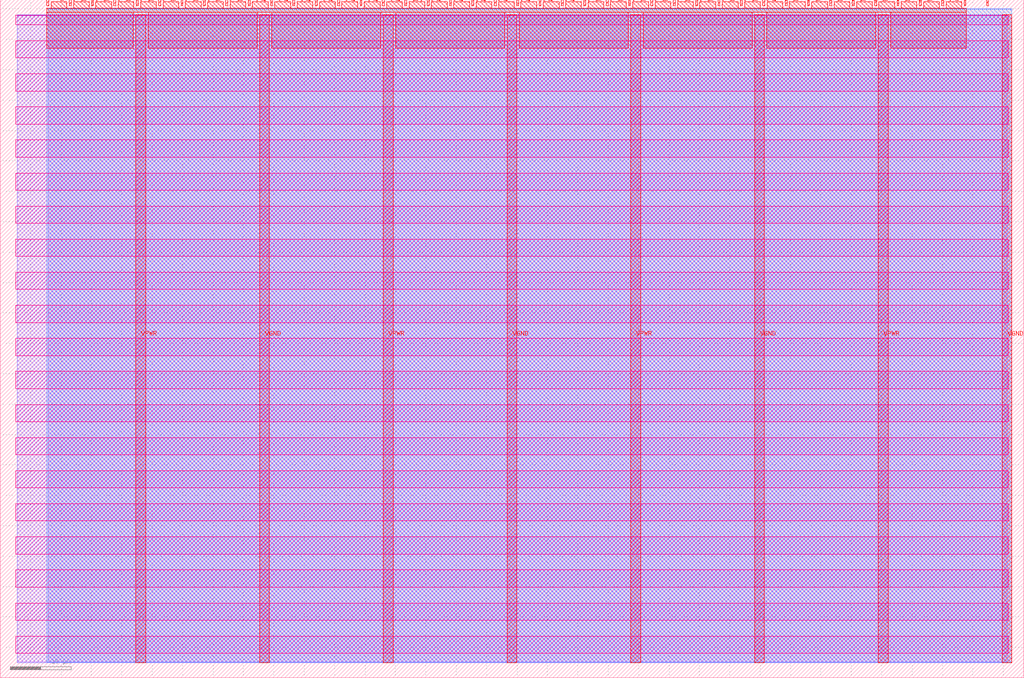
<source format=lef>
VERSION 5.7 ;
  NOWIREEXTENSIONATPIN ON ;
  DIVIDERCHAR "/" ;
  BUSBITCHARS "[]" ;
MACRO tt_um_wokwi_375245713375900673
  CLASS BLOCK ;
  FOREIGN tt_um_wokwi_375245713375900673 ;
  ORIGIN 0.000 0.000 ;
  SIZE 168.360 BY 111.520 ;
  PIN VGND
    DIRECTION INOUT ;
    USE GROUND ;
    PORT
      LAYER met4 ;
        RECT 42.670 2.480 44.270 109.040 ;
    END
    PORT
      LAYER met4 ;
        RECT 83.380 2.480 84.980 109.040 ;
    END
    PORT
      LAYER met4 ;
        RECT 124.090 2.480 125.690 109.040 ;
    END
    PORT
      LAYER met4 ;
        RECT 164.800 2.480 166.400 109.040 ;
    END
  END VGND
  PIN VPWR
    DIRECTION INOUT ;
    USE POWER ;
    PORT
      LAYER met4 ;
        RECT 22.315 2.480 23.915 109.040 ;
    END
    PORT
      LAYER met4 ;
        RECT 63.025 2.480 64.625 109.040 ;
    END
    PORT
      LAYER met4 ;
        RECT 103.735 2.480 105.335 109.040 ;
    END
    PORT
      LAYER met4 ;
        RECT 144.445 2.480 146.045 109.040 ;
    END
  END VPWR
  PIN clk
    DIRECTION INPUT ;
    USE SIGNAL ;
    ANTENNAGATEAREA 0.852000 ;
    PORT
      LAYER met4 ;
        RECT 158.550 110.520 158.850 111.520 ;
    END
  END clk
  PIN ena
    DIRECTION INPUT ;
    USE SIGNAL ;
    PORT
      LAYER met4 ;
        RECT 162.230 110.520 162.530 111.520 ;
    END
  END ena
  PIN rst_n
    DIRECTION INPUT ;
    USE SIGNAL ;
    ANTENNAGATEAREA 0.126000 ;
    PORT
      LAYER met4 ;
        RECT 154.870 110.520 155.170 111.520 ;
    END
  END rst_n
  PIN ui_in[0]
    DIRECTION INPUT ;
    USE SIGNAL ;
    PORT
      LAYER met4 ;
        RECT 151.190 110.520 151.490 111.520 ;
    END
  END ui_in[0]
  PIN ui_in[1]
    DIRECTION INPUT ;
    USE SIGNAL ;
    PORT
      LAYER met4 ;
        RECT 147.510 110.520 147.810 111.520 ;
    END
  END ui_in[1]
  PIN ui_in[2]
    DIRECTION INPUT ;
    USE SIGNAL ;
    PORT
      LAYER met4 ;
        RECT 143.830 110.520 144.130 111.520 ;
    END
  END ui_in[2]
  PIN ui_in[3]
    DIRECTION INPUT ;
    USE SIGNAL ;
    PORT
      LAYER met4 ;
        RECT 140.150 110.520 140.450 111.520 ;
    END
  END ui_in[3]
  PIN ui_in[4]
    DIRECTION INPUT ;
    USE SIGNAL ;
    PORT
      LAYER met4 ;
        RECT 136.470 110.520 136.770 111.520 ;
    END
  END ui_in[4]
  PIN ui_in[5]
    DIRECTION INPUT ;
    USE SIGNAL ;
    PORT
      LAYER met4 ;
        RECT 132.790 110.520 133.090 111.520 ;
    END
  END ui_in[5]
  PIN ui_in[6]
    DIRECTION INPUT ;
    USE SIGNAL ;
    PORT
      LAYER met4 ;
        RECT 129.110 110.520 129.410 111.520 ;
    END
  END ui_in[6]
  PIN ui_in[7]
    DIRECTION INPUT ;
    USE SIGNAL ;
    PORT
      LAYER met4 ;
        RECT 125.430 110.520 125.730 111.520 ;
    END
  END ui_in[7]
  PIN uio_in[0]
    DIRECTION INPUT ;
    USE SIGNAL ;
    PORT
      LAYER met4 ;
        RECT 121.750 110.520 122.050 111.520 ;
    END
  END uio_in[0]
  PIN uio_in[1]
    DIRECTION INPUT ;
    USE SIGNAL ;
    PORT
      LAYER met4 ;
        RECT 118.070 110.520 118.370 111.520 ;
    END
  END uio_in[1]
  PIN uio_in[2]
    DIRECTION INPUT ;
    USE SIGNAL ;
    PORT
      LAYER met4 ;
        RECT 114.390 110.520 114.690 111.520 ;
    END
  END uio_in[2]
  PIN uio_in[3]
    DIRECTION INPUT ;
    USE SIGNAL ;
    PORT
      LAYER met4 ;
        RECT 110.710 110.520 111.010 111.520 ;
    END
  END uio_in[3]
  PIN uio_in[4]
    DIRECTION INPUT ;
    USE SIGNAL ;
    PORT
      LAYER met4 ;
        RECT 107.030 110.520 107.330 111.520 ;
    END
  END uio_in[4]
  PIN uio_in[5]
    DIRECTION INPUT ;
    USE SIGNAL ;
    PORT
      LAYER met4 ;
        RECT 103.350 110.520 103.650 111.520 ;
    END
  END uio_in[5]
  PIN uio_in[6]
    DIRECTION INPUT ;
    USE SIGNAL ;
    PORT
      LAYER met4 ;
        RECT 99.670 110.520 99.970 111.520 ;
    END
  END uio_in[6]
  PIN uio_in[7]
    DIRECTION INPUT ;
    USE SIGNAL ;
    PORT
      LAYER met4 ;
        RECT 95.990 110.520 96.290 111.520 ;
    END
  END uio_in[7]
  PIN uio_oe[0]
    DIRECTION OUTPUT TRISTATE ;
    USE SIGNAL ;
    PORT
      LAYER met4 ;
        RECT 33.430 110.520 33.730 111.520 ;
    END
  END uio_oe[0]
  PIN uio_oe[1]
    DIRECTION OUTPUT TRISTATE ;
    USE SIGNAL ;
    PORT
      LAYER met4 ;
        RECT 29.750 110.520 30.050 111.520 ;
    END
  END uio_oe[1]
  PIN uio_oe[2]
    DIRECTION OUTPUT TRISTATE ;
    USE SIGNAL ;
    PORT
      LAYER met4 ;
        RECT 26.070 110.520 26.370 111.520 ;
    END
  END uio_oe[2]
  PIN uio_oe[3]
    DIRECTION OUTPUT TRISTATE ;
    USE SIGNAL ;
    PORT
      LAYER met4 ;
        RECT 22.390 110.520 22.690 111.520 ;
    END
  END uio_oe[3]
  PIN uio_oe[4]
    DIRECTION OUTPUT TRISTATE ;
    USE SIGNAL ;
    PORT
      LAYER met4 ;
        RECT 18.710 110.520 19.010 111.520 ;
    END
  END uio_oe[4]
  PIN uio_oe[5]
    DIRECTION OUTPUT TRISTATE ;
    USE SIGNAL ;
    PORT
      LAYER met4 ;
        RECT 15.030 110.520 15.330 111.520 ;
    END
  END uio_oe[5]
  PIN uio_oe[6]
    DIRECTION OUTPUT TRISTATE ;
    USE SIGNAL ;
    PORT
      LAYER met4 ;
        RECT 11.350 110.520 11.650 111.520 ;
    END
  END uio_oe[6]
  PIN uio_oe[7]
    DIRECTION OUTPUT TRISTATE ;
    USE SIGNAL ;
    PORT
      LAYER met4 ;
        RECT 7.670 110.520 7.970 111.520 ;
    END
  END uio_oe[7]
  PIN uio_out[0]
    DIRECTION OUTPUT TRISTATE ;
    USE SIGNAL ;
    PORT
      LAYER met4 ;
        RECT 62.870 110.520 63.170 111.520 ;
    END
  END uio_out[0]
  PIN uio_out[1]
    DIRECTION OUTPUT TRISTATE ;
    USE SIGNAL ;
    PORT
      LAYER met4 ;
        RECT 59.190 110.520 59.490 111.520 ;
    END
  END uio_out[1]
  PIN uio_out[2]
    DIRECTION OUTPUT TRISTATE ;
    USE SIGNAL ;
    PORT
      LAYER met4 ;
        RECT 55.510 110.520 55.810 111.520 ;
    END
  END uio_out[2]
  PIN uio_out[3]
    DIRECTION OUTPUT TRISTATE ;
    USE SIGNAL ;
    PORT
      LAYER met4 ;
        RECT 51.830 110.520 52.130 111.520 ;
    END
  END uio_out[3]
  PIN uio_out[4]
    DIRECTION OUTPUT TRISTATE ;
    USE SIGNAL ;
    PORT
      LAYER met4 ;
        RECT 48.150 110.520 48.450 111.520 ;
    END
  END uio_out[4]
  PIN uio_out[5]
    DIRECTION OUTPUT TRISTATE ;
    USE SIGNAL ;
    PORT
      LAYER met4 ;
        RECT 44.470 110.520 44.770 111.520 ;
    END
  END uio_out[5]
  PIN uio_out[6]
    DIRECTION OUTPUT TRISTATE ;
    USE SIGNAL ;
    PORT
      LAYER met4 ;
        RECT 40.790 110.520 41.090 111.520 ;
    END
  END uio_out[6]
  PIN uio_out[7]
    DIRECTION OUTPUT TRISTATE ;
    USE SIGNAL ;
    PORT
      LAYER met4 ;
        RECT 37.110 110.520 37.410 111.520 ;
    END
  END uio_out[7]
  PIN uo_out[0]
    DIRECTION OUTPUT TRISTATE ;
    USE SIGNAL ;
    ANTENNADIFFAREA 0.445500 ;
    PORT
      LAYER met4 ;
        RECT 92.310 110.520 92.610 111.520 ;
    END
  END uo_out[0]
  PIN uo_out[1]
    DIRECTION OUTPUT TRISTATE ;
    USE SIGNAL ;
    ANTENNADIFFAREA 0.445500 ;
    PORT
      LAYER met4 ;
        RECT 88.630 110.520 88.930 111.520 ;
    END
  END uo_out[1]
  PIN uo_out[2]
    DIRECTION OUTPUT TRISTATE ;
    USE SIGNAL ;
    ANTENNADIFFAREA 0.445500 ;
    PORT
      LAYER met4 ;
        RECT 84.950 110.520 85.250 111.520 ;
    END
  END uo_out[2]
  PIN uo_out[3]
    DIRECTION OUTPUT TRISTATE ;
    USE SIGNAL ;
    ANTENNADIFFAREA 0.445500 ;
    PORT
      LAYER met4 ;
        RECT 81.270 110.520 81.570 111.520 ;
    END
  END uo_out[3]
  PIN uo_out[4]
    DIRECTION OUTPUT TRISTATE ;
    USE SIGNAL ;
    ANTENNADIFFAREA 0.445500 ;
    PORT
      LAYER met4 ;
        RECT 77.590 110.520 77.890 111.520 ;
    END
  END uo_out[4]
  PIN uo_out[5]
    DIRECTION OUTPUT TRISTATE ;
    USE SIGNAL ;
    ANTENNADIFFAREA 0.445500 ;
    PORT
      LAYER met4 ;
        RECT 73.910 110.520 74.210 111.520 ;
    END
  END uo_out[5]
  PIN uo_out[6]
    DIRECTION OUTPUT TRISTATE ;
    USE SIGNAL ;
    ANTENNADIFFAREA 0.445500 ;
    PORT
      LAYER met4 ;
        RECT 70.230 110.520 70.530 111.520 ;
    END
  END uo_out[6]
  PIN uo_out[7]
    DIRECTION OUTPUT TRISTATE ;
    USE SIGNAL ;
    ANTENNADIFFAREA 0.795200 ;
    PORT
      LAYER met4 ;
        RECT 66.550 110.520 66.850 111.520 ;
    END
  END uo_out[7]
  OBS
      LAYER nwell ;
        RECT 2.570 107.385 165.790 108.990 ;
        RECT 2.570 101.945 165.790 104.775 ;
        RECT 2.570 96.505 165.790 99.335 ;
        RECT 2.570 91.065 165.790 93.895 ;
        RECT 2.570 85.625 165.790 88.455 ;
        RECT 2.570 80.185 165.790 83.015 ;
        RECT 2.570 74.745 165.790 77.575 ;
        RECT 2.570 69.305 165.790 72.135 ;
        RECT 2.570 63.865 165.790 66.695 ;
        RECT 2.570 58.425 165.790 61.255 ;
        RECT 2.570 52.985 165.790 55.815 ;
        RECT 2.570 47.545 165.790 50.375 ;
        RECT 2.570 42.105 165.790 44.935 ;
        RECT 2.570 36.665 165.790 39.495 ;
        RECT 2.570 31.225 165.790 34.055 ;
        RECT 2.570 25.785 165.790 28.615 ;
        RECT 2.570 20.345 165.790 23.175 ;
        RECT 2.570 14.905 165.790 17.735 ;
        RECT 2.570 9.465 165.790 12.295 ;
        RECT 2.570 4.025 165.790 6.855 ;
      LAYER li1 ;
        RECT 2.760 2.635 165.600 108.885 ;
      LAYER met1 ;
        RECT 2.760 2.480 166.400 109.040 ;
      LAYER met2 ;
        RECT 7.910 2.535 166.370 110.005 ;
      LAYER met3 ;
        RECT 7.630 2.555 166.390 109.985 ;
      LAYER met4 ;
        RECT 8.370 110.120 10.950 111.170 ;
        RECT 12.050 110.120 14.630 111.170 ;
        RECT 15.730 110.120 18.310 111.170 ;
        RECT 19.410 110.120 21.990 111.170 ;
        RECT 23.090 110.120 25.670 111.170 ;
        RECT 26.770 110.120 29.350 111.170 ;
        RECT 30.450 110.120 33.030 111.170 ;
        RECT 34.130 110.120 36.710 111.170 ;
        RECT 37.810 110.120 40.390 111.170 ;
        RECT 41.490 110.120 44.070 111.170 ;
        RECT 45.170 110.120 47.750 111.170 ;
        RECT 48.850 110.120 51.430 111.170 ;
        RECT 52.530 110.120 55.110 111.170 ;
        RECT 56.210 110.120 58.790 111.170 ;
        RECT 59.890 110.120 62.470 111.170 ;
        RECT 63.570 110.120 66.150 111.170 ;
        RECT 67.250 110.120 69.830 111.170 ;
        RECT 70.930 110.120 73.510 111.170 ;
        RECT 74.610 110.120 77.190 111.170 ;
        RECT 78.290 110.120 80.870 111.170 ;
        RECT 81.970 110.120 84.550 111.170 ;
        RECT 85.650 110.120 88.230 111.170 ;
        RECT 89.330 110.120 91.910 111.170 ;
        RECT 93.010 110.120 95.590 111.170 ;
        RECT 96.690 110.120 99.270 111.170 ;
        RECT 100.370 110.120 102.950 111.170 ;
        RECT 104.050 110.120 106.630 111.170 ;
        RECT 107.730 110.120 110.310 111.170 ;
        RECT 111.410 110.120 113.990 111.170 ;
        RECT 115.090 110.120 117.670 111.170 ;
        RECT 118.770 110.120 121.350 111.170 ;
        RECT 122.450 110.120 125.030 111.170 ;
        RECT 126.130 110.120 128.710 111.170 ;
        RECT 129.810 110.120 132.390 111.170 ;
        RECT 133.490 110.120 136.070 111.170 ;
        RECT 137.170 110.120 139.750 111.170 ;
        RECT 140.850 110.120 143.430 111.170 ;
        RECT 144.530 110.120 147.110 111.170 ;
        RECT 148.210 110.120 150.790 111.170 ;
        RECT 151.890 110.120 154.470 111.170 ;
        RECT 155.570 110.120 158.150 111.170 ;
        RECT 7.655 109.440 158.865 110.120 ;
        RECT 7.655 103.535 21.915 109.440 ;
        RECT 24.315 103.535 42.270 109.440 ;
        RECT 44.670 103.535 62.625 109.440 ;
        RECT 65.025 103.535 82.980 109.440 ;
        RECT 85.380 103.535 103.335 109.440 ;
        RECT 105.735 103.535 123.690 109.440 ;
        RECT 126.090 103.535 144.045 109.440 ;
        RECT 146.445 103.535 158.865 109.440 ;
  END
END tt_um_wokwi_375245713375900673
END LIBRARY


</source>
